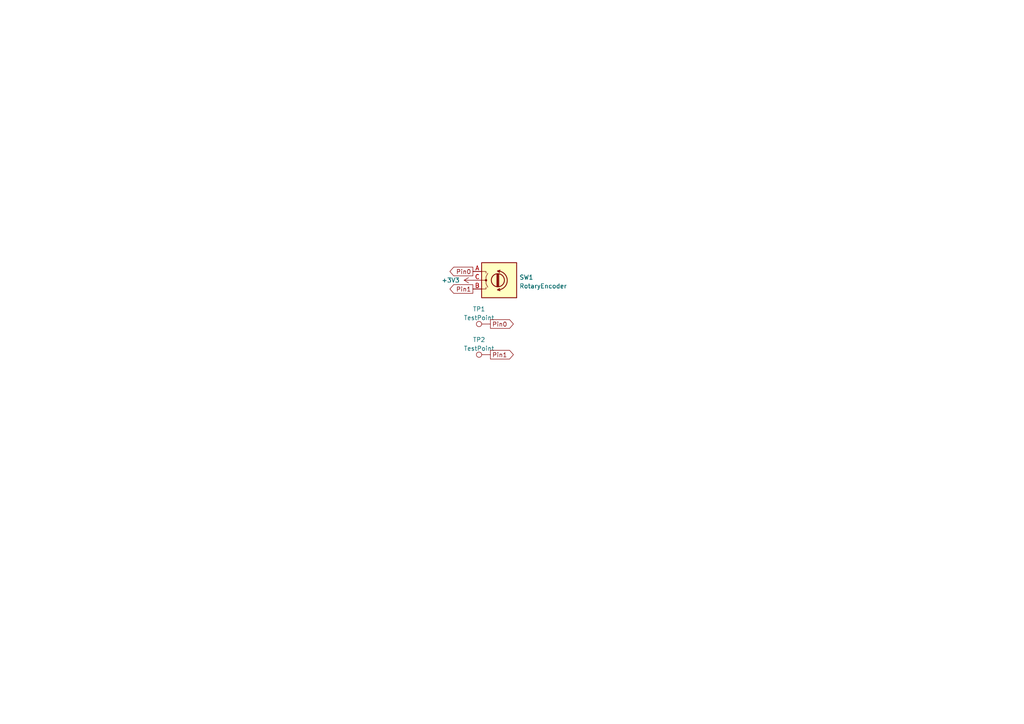
<source format=kicad_sch>
(kicad_sch (version 20211123) (generator eeschema)
  (paper "A4")
  (lib_symbols
    (symbol "Connector:TestPoint" (pin_numbers hide) (pin_names (offset 0.762) hide)
      (property "Reference" "TP" (at 0 6.858 0))
      (property "Value" "TestPoint" (at 0 5.08 0))
      (symbol "TestPoint_0_1"
        (circle (center 0 3.302) (radius 0.762))
      )
      (symbol "TestPoint_1_1"
        (pin passive line (at 0 0 90) (length 2.54) (name "1") (number "1"))
      )
    )
    (symbol "Device:RotaryEncoder" (pin_names (offset 0.254) hide)
      (property "Reference" "SW" (at 0 6.604 0))
      (property "Value" "RotaryEncoder" (at 0 -6.604 0))
      (symbol "RotaryEncoder_0_1"
        (rectangle (start -5.08 5.08) (end 5.08 -5.08) (stroke (width 0.254)) (fill (type background)))
        (circle (center -3.81 0) (radius 0.254) (fill (type outline)))
        (arc (start -0.381 -2.794) (mid 2.3622 -0.0508) (end -0.381 2.667) (stroke (width 0.254)))
        (circle (center -0.381 0) (radius 1.905) (stroke (width 0.254)))
        (polyline (pts (xy -0.635 -1.778) (xy -0.635 1.778)) (stroke (width 0.254)))
        (polyline (pts (xy -0.381 -1.778) (xy -0.381 1.778)) (stroke (width 0.254)))
        (polyline (pts (xy -0.127 1.778) (xy -0.127 -1.778)) (stroke (width 0.254)))
        (polyline (pts (xy -5.08 -2.54) (xy -3.81 -2.54) (xy -3.81 -2.032)))
        (polyline (pts (xy -5.08 2.54) (xy -3.81 2.54) (xy -3.81 2.032)))
        (polyline (pts (xy 0.254 -3.048) (xy -0.508 -2.794) (xy 0.127 -2.413)) (stroke (width 0.254)))
        (polyline (pts (xy 0.254 2.921) (xy -0.508 2.667) (xy 0.127 2.286)) (stroke (width 0.254)))
        (polyline (pts (xy -5.08 0) (xy -3.81 0) (xy -3.81 -1.016) (xy -3.302 -2.032)))
        (polyline (pts (xy -4.318 0) (xy -3.81 0) (xy -3.81 1.016) (xy -3.302 2.032)))
      )
      (symbol "RotaryEncoder_1_1"
        (pin passive line (at -7.62 2.54 0) (length 2.54) (name "A") (number "A"))
        (pin passive line (at -7.62 -2.54 0) (length 2.54) (name "B") (number "B"))
        (pin passive line (at -7.62 0 0) (length 2.54) (name "C") (number "C"))
      )
    )
    (symbol "power:+3V3" (power) (pin_names (offset 0))
      (property "Value" "+3V3" (at 0 3.556 0))
      (symbol "+3V3_0_1"
        (polyline (pts (xy -0.762 1.27) (xy 0 2.54)))
        (polyline (pts (xy 0 0) (xy 0 2.54)))
        (polyline (pts (xy 0 2.54) (xy 0.762 1.27)))
      )
      (symbol "+3V3_1_1"
        (pin power_in line (at 0 0 90) (length 0) hide (name "+3V3") (number "1"))
      )
    )
  )
  (global_label "Pin1" (shape output) (at 137.16 83.82 180) (property "Intersheet References" "${INTERSHEET_REFS}" (effects hide)))
  (global_label "Pin0" (shape output) (at 142.24 93.98 0) (property "Intersheet References" "${INTERSHEET_REFS}" (effects hide)))
  (global_label "Pin1" (shape output) (at 142.24 102.87 0) (property "Intersheet References" "${INTERSHEET_REFS}" (effects hide)))
  (global_label "Pin0" (shape output) (at 137.16 78.74 180) (property "Intersheet References" "${INTERSHEET_REFS}" (effects hide)))
  (symbol (lib_id "power:+3V3") (at 137.16 81.28 90) (unit 1)
    (property "Reference" "#PWR0102" (effects hide))
    (property "Value" "+3V3" (at 133.35 81.28 90) (effects (justify left)))
  )
  (symbol (lib_id "Connector:TestPoint") (at 142.24 102.87 90) (unit 1)
    (property "Reference" "TP2" (at 138.938 98.5352 90))
    (property "Value" "TestPoint" (at 138.938 101.0721 90))
    (property "Footprint" "TestPoint:TestPoint_Pad_D1.5mm" (effects hide))
  )
  (symbol (lib_id "Connector:TestPoint") (at 142.24 93.98 90) (unit 1)
    (property "Reference" "TP1" (at 138.938 89.6452 90))
    (property "Value" "TestPoint" (at 138.938 92.1821 90))
    (property "Footprint" "TestPoint:TestPoint_Pad_D1.5mm" (effects hide))
  )
  (symbol (lib_id "Device:RotaryEncoder") (at 144.78 81.28 0) (unit 1)
    (property "Reference" "SW1" (at 150.622 80.4453 0) (effects (justify left)))
    (property "Value" "RotaryEncoder" (at 150.622 82.9822 0) (effects (justify left)))
    (property "Footprint" "local:PEC11R-4220F-N0024" (effects hide))
    (property "Datasheet" "https://www.bourns.com/docs/Product-Datasheets/PEC11R.pdf" (effects hide))
    (property "Device" "Encoder" (effects hide))
    (property "Description" "ROTARY ENCODER MECHANICAL 24PPR" (effects hide))
    (property "Place" "No" (effects hide))
    (property "Dist" "DigiKey" (effects hide))
    (property "DistPartNumber" "PEC11R-4220F-N0024-ND" (effects hide))
    (property "DistLink" "https://www.digikey.de/en/products/detail/bourns-inc/PEC11R-4220F-N0024/4699220" (effects hide))
  )
)
</source>
